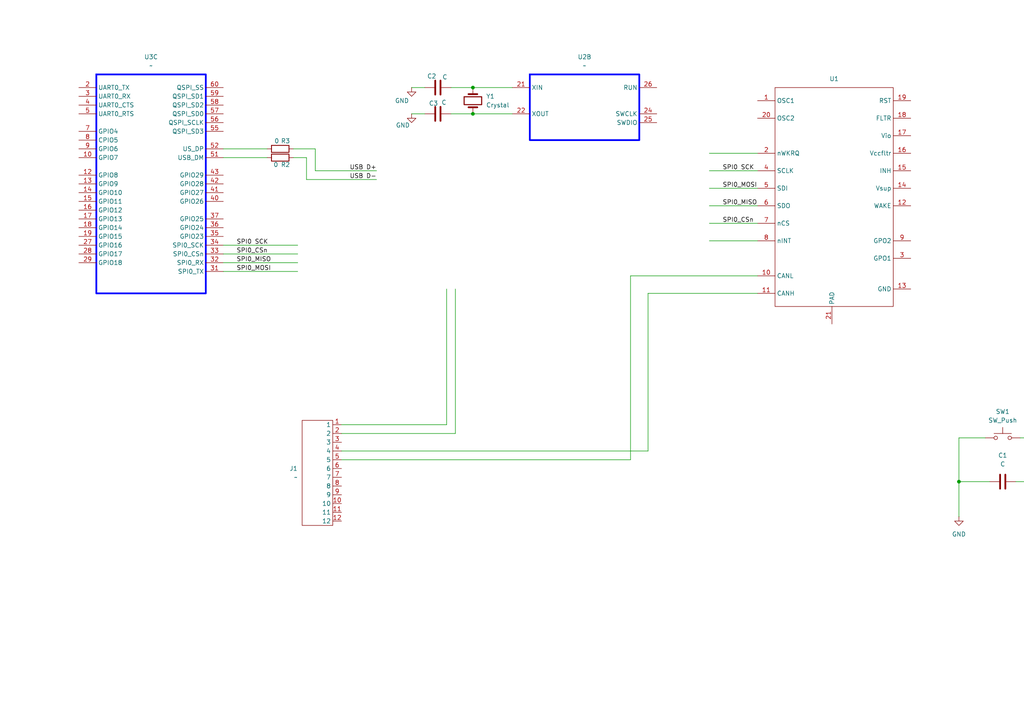
<source format=kicad_sch>
(kicad_sch (version 20250114) (generator "eeschema") (generator_version "9.0")
  (paper "A4")
  (lib_symbols
    (symbol "Device:C" (pin_numbers (hide yes)) (pin_names (offset 0.254))
      (property "Reference" "C" (at 0.635 2.54 0))
      (property "Value" "C" (at 0.635 -2.54 0))
      (symbol "C_0_1"
        (polyline (pts (xy -2.032 0.762) (xy 2.032 0.762)) (stroke (width 0.508)))
        (polyline (pts (xy -2.032 -0.762) (xy 2.032 -0.762)) (stroke (width 0.508)))
      )
      (symbol "C_1_1"
        (pin passive line (at 0 3.81 270) (length 2.794) (name "~") (number "1"))
        (pin passive line (at 0 -3.81 90) (length 2.794) (name "~") (number "2"))
      )
    )
    (symbol "Device:Crystal" (pin_numbers (hide yes)) (pin_names (offset 1.016) (hide yes))
      (property "Reference" "Y" (at 0 3.81 0))
      (property "Value" "Crystal" (at 0 -3.81 0))
      (symbol "Crystal_0_1"
        (polyline (pts (xy -2.54 0) (xy -1.905 0)))
        (polyline (pts (xy -1.905 -1.27) (xy -1.905 1.27)) (stroke (width 0.508)))
        (rectangle (start -1.143 2.54) (end 1.143 -2.54) (stroke (width 0.3048)))
        (polyline (pts (xy 1.905 -1.27) (xy 1.905 1.27)) (stroke (width 0.508)))
        (polyline (pts (xy 2.54 0) (xy 1.905 0)))
      )
      (symbol "Crystal_1_1"
        (pin passive line (at -3.81 0 0) (length 1.27) (name "1") (number "1"))
        (pin passive line (at 3.81 0 180) (length 1.27) (name "2") (number "2"))
      )
    )
    (symbol "Device:R" (pin_numbers (hide yes)) (pin_names (offset 0))
      (property "Reference" "R" (at 2.032 0 90))
      (property "Value" "R" (at 0 0 90))
      (symbol "R_0_1"
        (rectangle (start -1.016 -2.54) (end 1.016 2.54) (stroke (width 0.254)))
      )
      (symbol "R_1_1"
        (pin passive line (at 0 3.81 270) (length 1.27) (name "~") (number "1"))
        (pin passive line (at 0 -3.81 90) (length 1.27) (name "~") (number "2"))
      )
    )
    (symbol "Switch:SW_Push" (pin_numbers (hide yes)) (pin_names (offset 1.016) (hide yes))
      (property "Reference" "SW" (at 1.27 2.54 0))
      (property "Value" "SW_Push" (at 0 -1.524 0))
      (symbol "SW_Push_0_1"
        (circle (center -2.032 0) (radius 0.508))
        (polyline (pts (xy 0 1.27) (xy 0 3.048)))
        (circle (center 2.032 0) (radius 0.508))
        (polyline (pts (xy 2.54 1.27) (xy -2.54 1.27)))
        (pin passive line (at -5.08 0 0) (length 2.54) (name "1") (number "1"))
        (pin passive line (at 5.08 0 180) (length 2.54) (name "2") (number "2"))
      )
    )
    (symbol "power:GND" (power) (pin_numbers (hide yes)) (pin_names (offset 0) (hide yes))
      (property "Value" "GND" (at 0 -3.81 0))
      (symbol "GND_0_1"
        (polyline (pts (xy 0 0) (xy 0 -1.27) (xy 1.27 -1.27) (xy 0 -2.54) (xy -1.27 -1.27) (xy 0 -1.27)))
      )
      (symbol "GND_1_1"
        (pin power_in line (at 0 0 270) (length 0) (name "~") (number "1"))
      )
    )
    (symbol "rp2050A_60pin_1"
      (property "Reference" "U" (at -30.734 8.128 0))
      (symbol "rp2050A_60pin_1_1_1"
        (rectangle (start -31.75 6.35) (end -5.08 -64.77) (stroke (width 0.508) (color 0 0 255 1)))
        (pin power_in line (at -2.032 -44.45 180) (length 3.048) (name "IOVDD") (number "20"))
        (pin power_in line (at 0 0 180) (length 5.08) (name "QSPI_IOVDD") (number "59"))
        (pin power_in line (at 0 -5.08 180) (length 5.08) (name "USB_OTP_VDD") (number "53"))
        (pin power_in line (at 0 -8.89 180) (length 5.08) (name "VREG_FB") (number "50"))
        (pin power_in line (at 0 -11.43 180) (length 5.08) (name "VREG_VIN") (number "49"))
        (pin power_in line (at 0 -13.97 180) (length 5.08) (name "VREG_LX") (number "48"))
        (pin power_in line (at 0 -16.51 180) (length 5.08) (name "VREG_PGND") (number "47"))
        (pin power_in line (at 0 -19.05 180) (length 5.08) (name "VREG_AVDD") (number "46"))
        (pin power_in line (at 0 -24.13 180) (length 5.08) (name "IOVDD") (number "45"))
        (pin power_in line (at 0 -26.67 180) (length 5.08) (name "ADC_AVDD") (number "44"))
        (pin power_in line (at 0 -31.75 180) (length 5.08) (name "DVDD") (number "39"))
        (pin power_in line (at 0 -34.29 180) (length 5.08) (name "IOVDD") (number "38"))
        (pin power_in line (at 0 -39.37 180) (length 5.08) (name "DVDD") (number "23"))
        (pin power_in line (at 0 -49.53 180) (length 5.08) (name "IOVDD") (number "11"))
        (pin power_in line (at 0 -54.61 180) (length 5.08) (name "DVDD") (number "6"))
        (pin power_in line (at 0 -59.69 180) (length 5.08) (name "IOVDD") (number "1"))
      )
      (symbol "rp2050A_60pin_1_2_1"
        (rectangle (start 5.08 3.81) (end 36.83 -15.24) (stroke (width 0.508) (color 0 0 255 1)))
        (pin bidirectional line (at 0 0 0) (length 5.08) (name "XIN") (number "21"))
        (pin bidirectional line (at 0 -7.62 0) (length 5.08) (name "XOUT") (number "22"))
        (pin bidirectional line (at 41.91 0 180) (length 5.08) (name "RUN") (number "26"))
        (pin bidirectional line (at 41.91 -7.62 180) (length 5.08) (name "SWCLK") (number "24"))
        (pin bidirectional line (at 41.91 -10.16 180) (length 5.08) (name "SWDIO") (number "25"))
      )
      (symbol "rp2050A_60pin_1_3_1"
        (rectangle (start 0 3.81) (end 31.75 -59.69) (stroke (width 0.508) (color 0 0 255 1)))
        (pin bidirectional line (at -5.08 0 0) (length 5.08) (name "GPIO0") (number "2") (alternate "UART0 TX" bidirectional line))
        (pin bidirectional line (at -5.08 -2.54 0) (length 5.08) (name "GPIO1") (number "3") (alternate "SPI0 CSn" bidirectional line) (alternate "UART0 RX" bidirectional line))
        (pin bidirectional line (at -5.08 -5.08 0) (length 5.08) (name "GPIO2") (number "4") (alternate "SPI0 SCK" bidirectional line) (alternate "UART0 CTS" bidirectional line))
        (pin bidirectional line (at -5.08 -7.62 0) (length 5.08) (name "GPIO3") (number "5") (alternate "UART0_RTS" bidirectional line))
        (pin bidirectional line (at -5.08 -12.7 0) (length 5.08) (name "GPIO4") (number "7"))
        (pin bidirectional line (at -5.08 -15.24 0) (length 5.08) (name "CPIO5") (number "8"))
        (pin bidirectional line (at -5.08 -17.78 0) (length 5.08) (name "GPIO6") (number "9"))
        (pin bidirectional line (at -5.08 -20.32 0) (length 5.08) (name "GPIO7") (number "10") (alternate "SPI0 TX" bidirectional line))
        (pin bidirectional line (at -5.08 -25.4 0) (length 5.08) (name "GPIO8") (number "12"))
        (pin bidirectional line (at -5.08 -27.94 0) (length 5.08) (name "GPIO9") (number "13"))
        (pin bidirectional line (at -5.08 -30.48 0) (length 5.08) (name "GPIO10") (number "14"))
        (pin bidirectional line (at -5.08 -33.02 0) (length 5.08) (name "GPIO11") (number "15"))
        (pin bidirectional line (at -5.08 -35.56 0) (length 5.08) (name "GPIO12") (number "16"))
        (pin bidirectional line (at -5.08 -38.1 0) (length 5.08) (name "GPIO13") (number "17") (alternate "UART0 RX" bidirectional line))
        (pin bidirectional line (at -5.08 -40.64 0) (length 5.08) (name "GPIO14") (number "18"))
        (pin bidirectional line (at -5.08 -43.18 0) (length 5.08) (name "GPIO15") (number "19"))
        (pin bidirectional line (at -5.08 -45.72 0) (length 5.08) (name "GPIO16") (number "27") (alternate "SPI0 RX" bidirectional line) (alternate "UART0 TX" bidirectional line))
        (pin bidirectional line (at -5.08 -48.26 0) (length 5.08) (name "GPIO17") (number "28") (alternate "SPI0 CSn" bidirectional line))
        (pin bidirectional line (at -5.08 -50.8 0) (length 5.08) (name "GPIO18") (number "29") (alternate "SPI0 SCK" bidirectional line) (alternate "UART0 CTS" bidirectional line))
        (pin bidirectional line (at 36.83 0 180) (length 5.08) (name "QSPI_SS") (number "60"))
        (pin bidirectional line (at 36.83 -2.54 180) (length 5.08) (name "QSPI_SD1") (number "59"))
        (pin bidirectional line (at 36.83 -5.08 180) (length 5.08) (name "QSPI_SD2") (number "58"))
        (pin bidirectional line (at 36.83 -7.62 180) (length 5.08) (name "QSPI_SD0") (number "57"))
        (pin bidirectional line (at 36.83 -10.16 180) (length 5.08) (name "QSPI_SCLK") (number "56"))
        (pin bidirectional line (at 36.83 -12.7 180) (length 5.08) (name "QSPI_SD3") (number "55"))
        (pin bidirectional line (at 36.83 -17.78 180) (length 5.08) (name "US_DP") (number "52"))
        (pin bidirectional line (at 36.83 -20.32 180) (length 5.08) (name "USB_DM") (number "51"))
        (pin bidirectional line (at 36.83 -25.4 180) (length 5.08) (name "GPIO29") (number "43"))
        (pin bidirectional line (at 36.83 -27.94 180) (length 5.08) (name "GPIO28") (number "42") (alternate "UART0 TX" bidirectional line))
        (pin bidirectional line (at 36.83 -30.48 180) (length 5.08) (name "GPIO27") (number "41"))
        (pin bidirectional line (at 36.83 -33.02 180) (length 5.08) (name "GPIO26") (number "40"))
        (pin bidirectional line (at 36.83 -38.1 180) (length 5.08) (name "GPIO25") (number "37"))
        (pin bidirectional line (at 36.83 -40.64 180) (length 5.08) (name "GPIO24") (number "36"))
        (pin bidirectional line (at 36.83 -43.18 180) (length 5.08) (name "GPIO23") (number "35") (alternate "SPI0 TX" bidirectional line))
        (pin bidirectional line (at 36.83 -45.72 180) (length 5.08) (name "GPIO22") (number "34") (alternate "SPI0 SCK" bidirectional line))
        (pin bidirectional line (at 36.83 -48.26 180) (length 5.08) (name "GPIO21") (number "33") (alternate "SPI0 CSn" bidirectional line))
        (pin bidirectional line (at 36.83 -50.8 180) (length 5.08) (name "GPIO20") (number "32") (alternate "SPI0 RX" bidirectional line))
        (pin bidirectional line (at 36.83 -53.34 180) (length 5.08) (name "GPIO19") (number "31") (alternate "SPI0 TX" bidirectional line))
      )
      (symbol "rp2050A_60pin_1_4_1"
        (rectangle (start 7.62 8.89) (end 34.29 -62.23) (stroke (width 0.508) (color 0 0 255 1)))
        (pin power_in line (at 36.83 2.54 180) (length 2.54) (name "QSPI_IOVDD") (number "59"))
        (pin power_in line (at 36.83 -2.54 180) (length 2.54) (name "USB_OTP_VDD") (number "53"))
        (pin power_in line (at 36.83 -6.35 180) (length 2.54) (name "VREG_FB") (number "50"))
        (pin power_in line (at 36.83 -8.89 180) (length 2.54) (name "VREG_VIN") (number "49"))
        (pin power_in line (at 36.83 -11.43 180) (length 2.54) (name "VREG_LX") (number "48"))
        (pin power_in line (at 36.83 -13.97 180) (length 2.54) (name "VREG_PGND") (number "47"))
        (pin power_in line (at 36.83 -16.51 180) (length 2.54) (name "VREG_AVDD") (number "46"))
        (pin power_in line (at 36.83 -21.59 180) (length 2.54) (name "IOVDD") (number "45"))
        (pin power_in line (at 36.83 -24.13 180) (length 2.54) (name "ADC_AVDD") (number "44"))
        (pin power_in line (at 36.83 -29.21 180) (length 2.54) (name "DVDD") (number "39"))
        (pin power_in line (at 36.83 -31.75 180) (length 2.54) (name "IOVDD") (number "38"))
        (pin power_in line (at 36.83 -36.83 180) (length 2.54) (name "DVDD") (number "23"))
        (pin power_in line (at 36.83 -41.91 180) (length 2.54) (name "IOVDD") (number "20"))
        (pin power_in line (at 36.83 -46.99 180) (length 2.54) (name "IOVDD") (number "11"))
        (pin power_in line (at 36.83 -52.07 180) (length 2.54) (name "DVDD") (number "6"))
        (pin power_in line (at 36.83 -57.15 180) (length 2.54) (name "IOVDD") (number "1"))
      )
    )
    (symbol "ssh_IC_Lib:rp2050A_60pin"
      (property "Reference" "U" (at 1.016 5.334 0))
      (symbol "rp2050A_60pin_1_1"
        (rectangle (start 7.62 8.89) (end 34.29 -62.23) (stroke (width 0.508) (color 0 0 255 1)))
        (pin power_in line (at 36.83 2.54 180) (length 2.54) (name "QSPI_IOVDD") (number "59"))
        (pin power_in line (at 36.83 -2.54 180) (length 2.54) (name "USB_OTP_VDD") (number "53"))
        (pin power_in line (at 36.83 -6.35 180) (length 2.54) (name "VREG_FB") (number "50"))
        (pin power_in line (at 36.83 -8.89 180) (length 2.54) (name "VREG_VIN") (number "49"))
        (pin power_in line (at 36.83 -11.43 180) (length 2.54) (name "VREG_LX") (number "48"))
        (pin power_in line (at 36.83 -13.97 180) (length 2.54) (name "VREG_PGND") (number "47"))
        (pin power_in line (at 36.83 -16.51 180) (length 2.54) (name "VREG_AVDD") (number "46"))
        (pin power_in line (at 36.83 -21.59 180) (length 2.54) (name "IOVDD") (number "45"))
        (pin power_in line (at 36.83 -24.13 180) (length 2.54) (name "ADC_AVDD") (number "44"))
        (pin power_in line (at 36.83 -29.21 180) (length 2.54) (name "DVDD") (number "39"))
        (pin power_in line (at 36.83 -31.75 180) (length 2.54) (name "IOVDD") (number "38"))
        (pin power_in line (at 36.83 -36.83 180) (length 2.54) (name "DVDD") (number "23"))
        (pin power_in line (at 36.83 -41.91 180) (length 2.54) (name "IOVDD") (number "20"))
        (pin power_in line (at 36.83 -46.99 180) (length 2.54) (name "IOVDD") (number "11"))
        (pin power_in line (at 36.83 -52.07 180) (length 2.54) (name "DVDD") (number "6"))
        (pin power_in line (at 36.83 -57.15 180) (length 2.54) (name "IOVDD") (number "1"))
      )
      (symbol "rp2050A_60pin_2_1"
        (rectangle (start 5.08 3.81) (end 36.83 -15.24) (stroke (width 0.508) (color 0 0 255 1)))
        (pin bidirectional line (at 0 0 0) (length 5.08) (name "XIN") (number "21"))
        (pin bidirectional line (at 0 -7.62 0) (length 5.08) (name "XOUT") (number "22"))
        (pin bidirectional line (at 41.91 0 180) (length 5.08) (name "RUN") (number "26"))
        (pin bidirectional line (at 41.91 -7.62 180) (length 5.08) (name "SWCLK") (number "24"))
        (pin bidirectional line (at 41.91 -10.16 180) (length 5.08) (name "SWDIO") (number "25"))
      )
      (symbol "rp2050A_60pin_3_1"
        (rectangle (start 0 3.81) (end 31.75 -54.61) (stroke (width 0.508) (color 0 0 255 1)))
        (pin bidirectional line (at -5.08 0 0) (length 5.08) (name "GPIO0") (number "0") (alternate "UART0 TX" bidirectional line))
        (pin bidirectional line (at -5.08 -2.54 0) (length 5.08) (name "GPIO1") (number "3") (alternate "SPI0 CSn" bidirectional line) (alternate "UART0 RX" bidirectional line))
        (pin bidirectional line (at -5.08 -5.08 0) (length 5.08) (name "GPIO2") (number "4") (alternate "SPI0 SCK" bidirectional line) (alternate "UART0 CTS" bidirectional line))
        (pin bidirectional line (at -5.08 -7.62 0) (length 5.08) (name "GPIO2") (number "4"))
        (pin bidirectional line (at -5.08 -10.16 0) (length 5.08) (name "GPIO3") (number "5"))
        (pin bidirectional line (at -5.08 -15.24 0) (length 5.08) (name "GPIO4") (number "7"))
        (pin bidirectional line (at -5.08 -17.78 0) (length 5.08) (name "CPIO5") (number "8"))
        (pin bidirectional line (at -5.08 -20.32 0) (length 5.08) (name "GPIO6") (number "9"))
        (pin bidirectional line (at -5.08 -22.86 0) (length 5.08) (name "GPIO7") (number "10"))
        (pin bidirectional line (at -5.08 -27.94 0) (length 5.08) (name "GPIO8") (number "12"))
        (pin bidirectional line (at -5.08 -30.48 0) (length 5.08) (name "GPIO9") (number "13"))
        (pin bidirectional line (at -5.08 -33.02 0) (length 5.08) (name "GPIO10") (number "14"))
        (pin bidirectional line (at -5.08 -35.56 0) (length 5.08) (name "GPIO11") (number "15"))
        (pin bidirectional line (at -5.08 -38.1 0) (length 5.08) (name "GPIO12") (number "16"))
        (pin bidirectional line (at -5.08 -40.64 0) (length 5.08) (name "GPIO13") (number "17"))
        (pin bidirectional line (at -5.08 -43.18 0) (length 5.08) (name "GPIO14") (number "18"))
        (pin bidirectional line (at -5.08 -45.72 0) (length 5.08) (name "GPIO15") (number "19"))
        (pin bidirectional line (at 36.83 0 180) (length 5.08) (name "GPIO29") (number "43"))
        (pin bidirectional line (at 36.83 -2.54 180) (length 5.08) (name "GPIO28") (number "42"))
        (pin bidirectional line (at 36.83 -5.08 180) (length 5.08) (name "GPIO27") (number "41"))
        (pin bidirectional line (at 36.83 -7.62 180) (length 5.08) (name "GPIO26") (number "40"))
        (pin bidirectional line (at 36.83 -12.7 180) (length 5.08) (name "GPIO25") (number "37"))
        (pin bidirectional line (at 36.83 -15.24 180) (length 5.08) (name "GPIO24") (number "36"))
        (pin bidirectional line (at 36.83 -17.78 180) (length 5.08) (name "GPIO23") (number "35"))
        (pin bidirectional line (at 36.83 -20.32 180) (length 5.08) (name "GPIO22") (number "34"))
        (pin bidirectional line (at 36.83 -22.86 180) (length 5.08) (name "GPIO21") (number "33"))
        (pin bidirectional line (at 36.83 -25.4 180) (length 5.08) (name "GPIO20") (number "32"))
        (pin bidirectional line (at 36.83 -27.94 180) (length 5.08) (name "GPIO19") (number "31"))
        (pin bidirectional line (at 36.83 -30.48 180) (length 5.08) (name "GPIO18") (number "29"))
        (pin bidirectional line (at 36.83 -33.02 180) (length 5.08) (name "GPIO17") (number "28"))
        (pin bidirectional line (at 36.83 -35.56 180) (length 5.08) (name "GPIO16") (number "27"))
      )
      (symbol "rp2050A_60pin_4_1"
        (rectangle (start 7.62 8.89) (end 34.29 -62.23) (stroke (width 0.508) (color 0 0 255 1)))
        (pin power_in line (at 36.83 2.54 180) (length 2.54) (name "QSPI_IOVDD") (number "59"))
        (pin power_in line (at 36.83 -2.54 180) (length 2.54) (name "USB_OTP_VDD") (number "53"))
        (pin power_in line (at 36.83 -6.35 180) (length 2.54) (name "VREG_FB") (number "50"))
        (pin power_in line (at 36.83 -8.89 180) (length 2.54) (name "VREG_VIN") (number "49"))
        (pin power_in line (at 36.83 -11.43 180) (length 2.54) (name "VREG_LX") (number "48"))
        (pin power_in line (at 36.83 -13.97 180) (length 2.54) (name "VREG_PGND") (number "47"))
        (pin power_in line (at 36.83 -16.51 180) (length 2.54) (name "VREG_AVDD") (number "46"))
        (pin power_in line (at 36.83 -21.59 180) (length 2.54) (name "IOVDD") (number "45"))
        (pin power_in line (at 36.83 -24.13 180) (length 2.54) (name "ADC_AVDD") (number "44"))
        (pin power_in line (at 36.83 -29.21 180) (length 2.54) (name "DVDD") (number "39"))
        (pin power_in line (at 36.83 -31.75 180) (length 2.54) (name "IOVDD") (number "38"))
        (pin power_in line (at 36.83 -36.83 180) (length 2.54) (name "DVDD") (number "23"))
        (pin power_in line (at 36.83 -41.91 180) (length 2.54) (name "IOVDD") (number "20"))
        (pin power_in line (at 36.83 -46.99 180) (length 2.54) (name "IOVDD") (number "11"))
        (pin power_in line (at 36.83 -52.07 180) (length 2.54) (name "DVDD") (number "6"))
        (pin power_in line (at 36.83 -57.15 180) (length 2.54) (name "IOVDD") (number "1"))
      )
    )
    (symbol "ssh_Library:TCAN4551RGYRQ1"
      (property "Reference" "U" (at 6.096 20.32 0))
      (symbol "TCAN4551RGYRQ1_0_1"
        (rectangle (start 5.08 19.05) (end 39.37 -44.45))
      )
      (symbol "TCAN4551RGYRQ1_1_0"
        (pin input line (at 0 15.24 0) (length 5.08) (name "OSC1") (number "1"))
        (pin output line (at 0 10.16 0) (length 5.08) (name "OSC2") (number "20"))
        (pin output line (at 44.45 -25.4 180) (length 5.08) (name "GPO2") (number "9"))
        (pin output line (at 44.45 -30.48 180) (length 5.08) (name "GPO1") (number "3"))
      )
      (symbol "TCAN4551RGYRQ1_1_1"
        (pin input line (at 0 0 0) (length 5.08) (name "nWKRQ") (number "2"))
        (pin input line (at 0 -5.08 0) (length 5.08) (name "SCLK") (number "4"))
        (pin input line (at 0 -10.16 0) (length 5.08) (name "SDI") (number "5"))
        (pin output line (at 0 -15.24 0) (length 5.08) (name "SDO") (number "6"))
        (pin input line (at 0 -20.32 0) (length 5.08) (name "nCS") (number "7"))
        (pin input line (at 0 -25.4 0) (length 5.08) (name "nINT") (number "8"))
        (pin bidirectional line (at 0 -35.56 0) (length 5.08) (name "CANL") (number "10"))
        (pin bidirectional line (at 0 -40.64 0) (length 5.08) (name "CANH") (number "11"))
        (pin input line (at 21.59 -49.53 90) (length 5.08) (name "PAD") (number "21"))
        (pin input line (at 44.45 15.24 180) (length 5.08) (name "RST") (number "19"))
        (pin input line (at 44.45 10.16 180) (length 5.08) (name "FLTR") (number "18"))
        (pin input line (at 44.45 5.08 180) (length 5.08) (name "Vio") (number "17"))
        (pin input line (at 44.45 0 180) (length 5.08) (name "Vccfltr") (number "16"))
        (pin output line (at 44.45 -5.08 180) (length 5.08) (name "INH") (number "15"))
        (pin power_in line (at 44.45 -10.16 180) (length 5.08) (name "Vsup") (number "14"))
        (pin passive line (at 44.45 -15.24 180) (length 5.08) (name "WAKE") (number "12"))
        (pin input line (at 44.45 -39.37 180) (length 5.08) (name "GND") (number "13"))
      )
    )
    (symbol "ssh_conn_lib_sym:12w_conn"
      (property "Reference" "J" (at 3.048 2.286 0))
      (symbol "12w_conn_0_1"
        (rectangle (start 2.54 1.27) (end 11.43 -29.21))
      )
      (symbol "12w_conn_1_1"
        (pin input line (at 0 0 0) (length 2.54) (name "1") (number "1"))
        (pin input line (at 0 -2.54 0) (length 2.54) (name "2") (number "2"))
        (pin input line (at 0 -5.08 0) (length 2.54) (name "3") (number "3"))
        (pin input line (at 0 -7.62 0) (length 2.54) (name "4") (number "4"))
        (pin input line (at 0 -10.16 0) (length 2.54) (name "5") (number "5"))
        (pin input line (at 0 -12.7 0) (length 2.54) (name "6") (number "6"))
        (pin input line (at 0 -15.24 0) (length 2.54) (name "7") (number "7"))
        (pin input line (at 0 -17.78 0) (length 2.54) (name "8") (number "8"))
        (pin input line (at 0 -20.32 0) (length 2.54) (name "9") (number "9"))
        (pin input line (at 0 -22.86 0) (length 2.54) (name "10") (number "10"))
        (pin input line (at 0 -25.4 0) (length 2.54) (name "11") (number "11"))
        (pin input line (at 0 -27.94 0) (length 2.54) (name "12") (number "12"))
      )
    )
  )
  (junction (at 303.53 127))
  (junction (at 278.13 139.7))
  (junction (at 137.16 33.02))
  (junction (at 137.16 25.4))
  (wire (pts (xy 91.44 49.53) (xy 91.44 43.18)))
  (wire (pts (xy 285.75 127) (xy 278.13 127)))
  (wire (pts (xy 278.13 139.7) (xy 287.02 139.7)))
  (wire (pts (xy 295.91 127) (xy 303.53 127)))
  (wire (pts (xy 64.77 76.2) (xy 86.36 76.2)))
  (wire (pts (xy 91.44 43.18) (xy 85.09 43.18)))
  (wire (pts (xy 129.54 123.19) (xy 99.06 123.19)))
  (wire (pts (xy 314.96 127) (xy 327.66 127)))
  (wire (pts (xy 205.74 59.69) (xy 219.71 59.69)))
  (wire (pts (xy 219.71 54.61) (xy 205.74 54.61)))
  (wire (pts (xy 77.47 43.18) (xy 64.77 43.18)))
  (wire (pts (xy 205.74 69.85) (xy 219.71 69.85)))
  (wire (pts (xy 64.77 71.12) (xy 86.36 71.12)))
  (wire (pts (xy 219.71 85.09) (xy 187.96 85.09)))
  (wire (pts (xy 278.13 139.7) (xy 278.13 149.86)))
  (wire (pts (xy 303.53 139.7) (xy 303.53 127)))
  (wire (pts (xy 182.88 80.01) (xy 182.88 133.35)))
  (wire (pts (xy 278.13 127) (xy 278.13 139.7)))
  (wire (pts (xy 129.54 83.82) (xy 129.54 123.19)))
  (wire (pts (xy 77.47 45.72) (xy 64.77 45.72)))
  (wire (pts (xy 99.06 133.35) (xy 182.88 133.35)))
  (wire (pts (xy 132.08 125.73) (xy 99.06 125.73)))
  (wire (pts (xy 64.77 73.66) (xy 86.36 73.66)))
  (wire (pts (xy 109.22 49.53) (xy 91.44 49.53)))
  (wire (pts (xy 137.16 25.4) (xy 148.59 25.4)))
  (wire (pts (xy 205.74 64.77) (xy 219.71 64.77)))
  (wire (pts (xy 88.9 45.72) (xy 85.09 45.72)))
  (wire (pts (xy 88.9 52.07) (xy 88.9 45.72)))
  (wire (pts (xy 119.38 25.4) (xy 123.19 25.4)))
  (wire (pts (xy 132.08 83.82) (xy 132.08 125.73)))
  (wire (pts (xy 64.77 78.74) (xy 86.36 78.74)))
  (wire (pts (xy 130.81 33.02) (xy 137.16 33.02)))
  (wire (pts (xy 99.06 130.81) (xy 187.96 130.81)))
  (wire (pts (xy 205.74 44.45) (xy 219.71 44.45)))
  (wire (pts (xy 130.81 25.4) (xy 137.16 25.4)))
  (wire (pts (xy 219.71 80.01) (xy 182.88 80.01)))
  (wire (pts (xy 303.53 127) (xy 307.34 127)))
  (wire (pts (xy 137.16 33.02) (xy 148.59 33.02)))
  (wire (pts (xy 205.74 49.53) (xy 219.71 49.53)))
  (wire (pts (xy 294.64 139.7) (xy 303.53 139.7)))
  (wire (pts (xy 109.22 52.07) (xy 88.9 52.07)))
  (wire (pts (xy 187.96 85.09) (xy 187.96 130.81)))
  (wire (pts (xy 119.38 33.02) (xy 123.19 33.02)))
  (label "SPI0_CSn" (at 68.58 73.66 0))
  (label "SPI0_MOSI" (at 68.58 78.74 0))
  (label "SPI0_MOSI" (at 209.55 54.61 0))
  (label "SPI0 SCK" (at 68.58 71.12 0))
  (label "SPI0_MISO" (at 68.58 76.2 0))
  (label "EN" (at 325.12 127 0))
  (label "SPI0_MISO" (at 209.55 59.69 0))
  (label "USB D+" (at 109.22 49.53 180))
  (label "SPI0_CSn" (at 209.55 64.77 0))
  (label "USB D-" (at 109.22 52.07 180))
  (label "SPI0 SCK" (at 209.55 49.53 0))
  (symbol (lib_id "ssh_IC_Lib:rp2050A_60pin") (at 148.59 25.4 0) (unit 2)
    (property "Reference" "U2" (at 169.545 16.51 0))
    (property "Value" "~" (at 169.545 19.05 0))
    (property "Footprint" "ssh_IC_FP:RP2350A_QFN-60_EP_7.75x7.75_Pitch0.4mm" (effects (hide yes)))
    (instances (project "auto_32" (path "" (reference "U2") (unit 2)) (path "" (reference "U3") (unit 2)) (path "" (reference "U1") (unit 2))))
  )
  (symbol (lib_id "ssh_conn_lib_sym:12w_conn") (at 99.06 123.19 0) (mirror y) (unit 1)
    (property "Reference" "J1" (at 86.36 135.8899 0) (effects (justify left)))
    (property "Value" "~" (at 86.36 138.4299 0) (effects (justify left)))
    (property "Footprint" "ssh_conn_lib:DTM13-12PA-R008" (effects (hide yes)))
  )
  (symbol (lib_id "ssh_Library:TCAN4551RGYRQ1") (at 219.71 44.45 0) (unit 1)
    (property "Reference" "U1" (at 241.935 22.86 0))
    (property "Footprint" "ssh_Library:VQFN-26_EP_3.5x4.5_Pitch0.5mm" (effects (hide yes)))
  )
  (symbol (lib_id "Switch:SW_Push") (at 290.83 127 0) (unit 1)
    (property "Reference" "SW1" (at 290.83 119.38 0))
    (property "Value" "SW_Push" (at 290.83 121.92 0))
    (property "Description" "Push button switch, generic, two pins" (effects (hide yes)))
  )
  (symbol (lib_id "Device:C") (at 290.83 139.7 270) (unit 1)
    (property "Reference" "C1" (at 290.83 132.08 90))
    (property "Value" "C" (at 290.83 134.62 90))
    (property "Description" "Unpolarized capacitor" (effects (hide yes)))
  )
  (symbol (lib_id "power:GND") (at 278.13 149.86 0) (unit 1)
    (property "Reference" "#PWR04" (effects (hide yes)))
    (property "Value" "GND" (at 278.13 154.94 0))
    (property "Description" "Power symbol creates a global label with name \"GND\" , ground" (effects (hide yes)))
  )
  (symbol (lib_id "Device:C") (at 127 25.4 90) (unit 1)
    (property "Reference" "C2" (at 125.222 22.098 90))
    (property "Value" "C" (at 129.032 22.352 90))
    (property "Footprint" "Capacitor_SMD:C_0603_1608Metric" (effects (hide yes)))
    (property "Description" "Unpolarized capacitor" (effects (hide yes)))
  )
  (symbol (lib_id "Device:R") (at 81.28 45.72 270) (unit 1)
    (property "Reference" "R2" (at 82.804 47.752 90))
    (property "Value" "0" (at 80.01 47.752 90))
    (property "Footprint" "Resistor_SMD:R_0603_1608Metric" (effects (hide yes)))
    (property "Description" "Resistor" (effects (hide yes)))
  )
  (symbol (lib_id "Device:R") (at 311.15 127 90) (unit 1)
    (property "Reference" "R1" (at 311.15 120.65 90))
    (property "Value" "R" (at 311.15 123.19 90))
    (property "Description" "Resistor" (effects (hide yes)))
  )
  (symbol (lib_id "power:GND") (at 119.38 33.02 0) (unit 1)
    (property "Reference" "#PWR05" (effects (hide yes)))
    (property "Value" "GND" (at 116.84 36.322 0))
    (property "Description" "Power symbol creates a global label with name \"GND\" , ground" (effects (hide yes)))
  )
  (symbol (lib_id "Device:R") (at 81.28 43.18 270) (unit 1)
    (property "Reference" "R3" (at 82.804 40.894 90))
    (property "Value" "0" (at 80.264 40.894 90))
    (property "Description" "Resistor" (effects (hide yes)))
  )
  (symbol (lib_id "power:GND") (at 119.38 25.4 0) (unit 1)
    (property "Reference" "#PWR01" (effects (hide yes)))
    (property "Value" "GND" (at 116.586 29.21 0))
    (property "Description" "Power symbol creates a global label with name \"GND\" , ground" (effects (hide yes)))
  )
  (symbol (lib_id "Device:Crystal") (at 137.16 29.21 90) (unit 1)
    (property "Reference" "Y1" (at 140.97 27.9399 90) (effects (justify right)))
    (property "Value" "Crystal" (at 140.97 30.4799 90) (effects (justify right)))
    (property "Description" "Two pin crystal" (effects (hide yes)))
  )
  (symbol (lib_id "Device:C") (at 127 33.02 90) (unit 1)
    (property "Reference" "C3" (at 125.73 29.972 90))
    (property "Value" "C" (at 128.778 29.718 90))
    (property "Description" "Unpolarized capacitor" (effects (hide yes)))
  )
  (symbol (lib_name "rp2050A_60pin_1") (lib_id "ssh_IC_Lib:rp2050A_60pin") (at 27.94 25.4 0) (unit 3)
    (property "Reference" "U3" (at 43.815 16.51 0))
    (property "Value" "~" (at 43.815 19.05 0))
    (property "Footprint" "ssh_IC_FP:RP2350A_QFN-60_EP_7.75x7.75_Pitch0.4mm" (effects (hide yes)))
    (pin "34" (alternate "SPI0 SCK"))
    (pin "4" (alternate "UART0 CTS"))
    (pin "2" (alternate "UART0 TX"))
    (pin "33" (alternate "SPI0 CSn"))
    (pin "32" (alternate "SPI0 RX"))
    (pin "3" (alternate "UART0 RX"))
    (pin "31" (alternate "SPI0 TX"))
    (pin "5" (alternate "UART0_RTS"))
    (instances (project "auto_32" (path "" (reference "U3") (unit 3)) (path "" (reference "U7") (unit 3)) (path "" (reference "U2") (unit 3))))
  )
)
</source>
